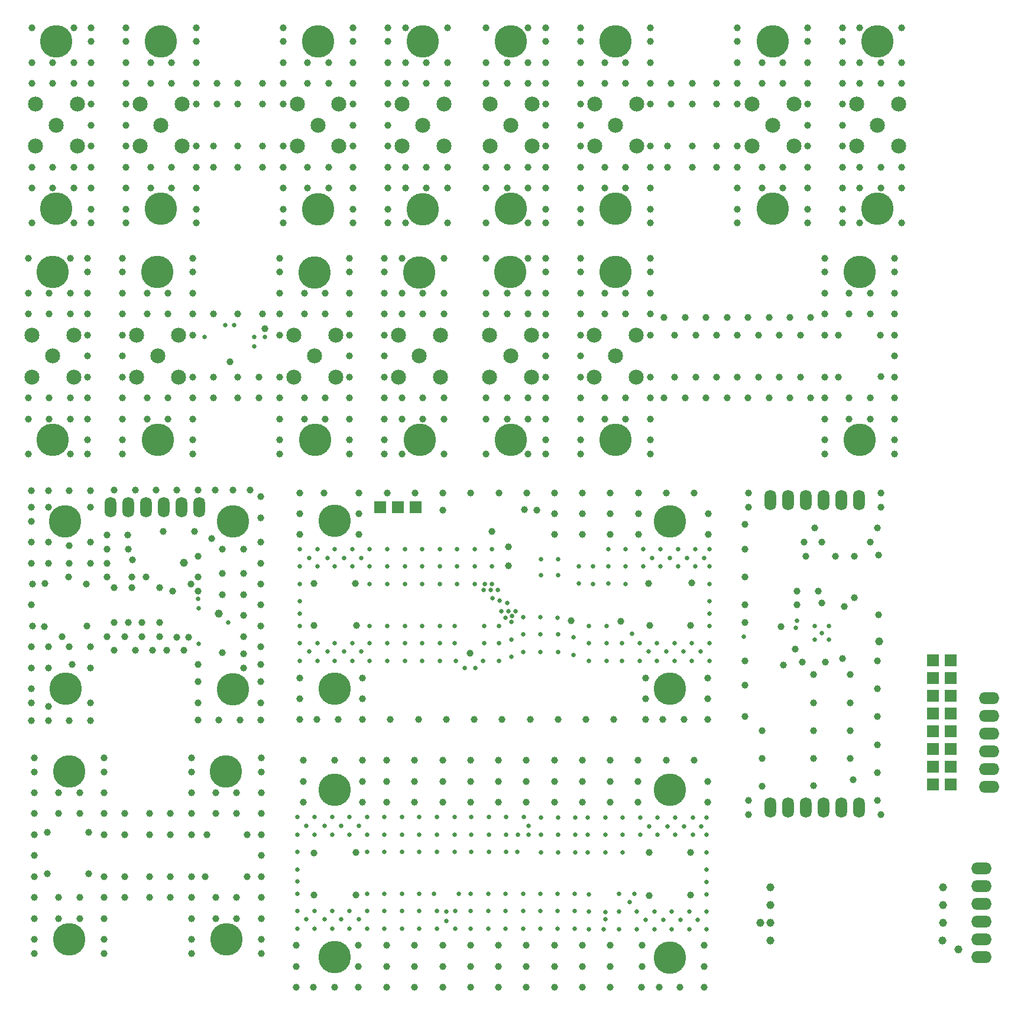
<source format=gbr>
G04 DesignSpark PCB Gerber Version 9.0 Build 5115 *
G04 #@! TF.Part,Single*
G04 #@! TF.FileFunction,Soldermask,Bot *
G04 #@! TF.FilePolarity,Negative *
%FSLAX35Y35*%
%MOIN*%
G04 #@! TA.AperFunction,ComponentPad*
%ADD94O,0.06600X0.11600*%
%ADD101R,0.06600X0.06600*%
G04 #@! TA.AperFunction,ViaPad*
%ADD84C,0.02569*%
%ADD83C,0.03946*%
%ADD85C,0.04600*%
G04 #@! TA.AperFunction,ComponentPad*
%ADD103O,0.11600X0.06600*%
%ADD89C,0.08474*%
%ADD88C,0.18317*%
X0Y0D02*
D02*
D83*
X13906Y307480D03*
Y327165D03*
Y338976D03*
Y386220D03*
Y398031D03*
Y417717D03*
X15402Y156850D03*
Y167087D03*
Y174961D03*
Y186772D03*
Y198583D03*
Y222205D03*
Y245827D03*
Y257638D03*
Y269449D03*
Y277323D03*
Y286772D03*
X15874Y437598D03*
Y457283D03*
Y469094D03*
Y516339D03*
Y528150D03*
Y547835D03*
X16189Y210394D03*
Y234016D03*
X17173Y25787D03*
Y33661D03*
Y45472D03*
Y57283D03*
Y69094D03*
Y80906D03*
Y92717D03*
Y104528D03*
Y116339D03*
Y128150D03*
Y136024D03*
X22882Y210000D03*
X23276Y234409D03*
X24417Y70551D03*
Y94173D03*
X25244Y156850D03*
Y165118D03*
Y186772D03*
Y198583D03*
Y245827D03*
Y257638D03*
Y277323D03*
Y286772D03*
X25717Y327165D03*
Y338976D03*
Y386220D03*
Y398031D03*
X27685Y457283D03*
Y469094D03*
Y516339D03*
Y528150D03*
X30953Y45472D03*
Y57283D03*
Y104528D03*
Y116339D03*
X32724Y204488D03*
X36661Y237953D03*
X37055Y156850D03*
Y198583D03*
Y245827D03*
Y255669D03*
Y286772D03*
X37528Y307480D03*
Y327165D03*
Y338976D03*
Y386220D03*
Y398031D03*
Y417717D03*
X38630Y188740D03*
X39496Y437598D03*
Y457283D03*
Y469094D03*
Y516339D03*
Y528150D03*
Y547835D03*
X42764Y45472D03*
Y57283D03*
Y104528D03*
Y116339D03*
X46504Y234016D03*
X46898Y210394D03*
X47370Y307480D03*
Y315354D03*
Y327165D03*
Y338976D03*
Y350787D03*
Y362598D03*
Y374409D03*
Y386220D03*
Y398031D03*
Y409843D03*
Y417717D03*
X48039Y70551D03*
Y94173D03*
X48866Y156850D03*
Y167087D03*
Y186772D03*
Y198583D03*
Y245827D03*
Y257638D03*
Y277323D03*
Y286772D03*
X49339Y437598D03*
Y445472D03*
Y457283D03*
Y469094D03*
Y480906D03*
Y492717D03*
Y504528D03*
Y516339D03*
Y528150D03*
Y539961D03*
Y547835D03*
X56543Y25787D03*
Y33661D03*
Y45472D03*
Y57283D03*
Y69094D03*
Y92717D03*
Y104528D03*
Y116339D03*
Y128150D03*
Y136024D03*
X58315Y204488D03*
Y237953D03*
Y245827D03*
Y253701D03*
Y261575D03*
X62252Y196614D03*
Y212362D03*
Y232047D03*
Y287165D03*
X67055Y307480D03*
Y315354D03*
Y327165D03*
Y338976D03*
Y350787D03*
Y362598D03*
Y374409D03*
Y386220D03*
Y398031D03*
Y409843D03*
Y417717D03*
X68157Y204488D03*
X68354Y57283D03*
Y69094D03*
Y92717D03*
Y104528D03*
X69024Y437598D03*
Y445472D03*
Y457283D03*
Y469094D03*
Y480906D03*
Y492717D03*
Y504528D03*
Y516339D03*
Y528150D03*
Y539961D03*
Y547835D03*
X69732Y261575D03*
X70126Y212362D03*
Y253701D03*
X72094Y232047D03*
Y237953D03*
X72488Y247795D03*
X74063Y196614D03*
Y287165D03*
X78000Y204488D03*
Y212362D03*
X80362Y237953D03*
X80835Y327165D03*
Y338976D03*
Y386220D03*
Y398031D03*
X82134Y57283D03*
Y69094D03*
Y92717D03*
Y104528D03*
X82803Y457283D03*
Y469094D03*
Y516339D03*
Y528150D03*
X83906Y196614D03*
X85874Y287165D03*
X87843Y204488D03*
Y212362D03*
Y232047D03*
X89811Y263543D03*
X91780Y196614D03*
X92646Y327165D03*
Y338976D03*
Y386220D03*
Y398031D03*
X93945Y57283D03*
Y69094D03*
Y92717D03*
Y104528D03*
X94614Y457283D03*
Y469094D03*
Y516339D03*
Y528150D03*
X95323Y230079D03*
X97685Y204094D03*
Y287165D03*
X101622Y196614D03*
X104378Y204094D03*
X105559Y234016D03*
X105756Y25787D03*
Y33661D03*
Y45472D03*
Y57283D03*
Y69094D03*
Y92717D03*
Y104528D03*
Y116339D03*
Y128150D03*
Y136024D03*
X106425Y307480D03*
Y315354D03*
Y327165D03*
Y338976D03*
Y350787D03*
Y374409D03*
Y386220D03*
Y398031D03*
Y409843D03*
Y417717D03*
X107528Y263543D03*
X108394Y437598D03*
Y445472D03*
Y457283D03*
Y469094D03*
Y480906D03*
Y504528D03*
Y516339D03*
Y528150D03*
Y539961D03*
Y547835D03*
X109496Y157244D03*
Y167087D03*
Y178898D03*
Y188740D03*
Y230079D03*
Y237953D03*
Y249764D03*
Y287165D03*
X113709Y69094D03*
X114496Y92717D03*
X117370Y259606D03*
X118236Y338976D03*
Y350787D03*
Y386220D03*
Y469094D03*
Y480906D03*
X119339Y287165D03*
X119535Y45472D03*
Y57283D03*
Y104528D03*
Y116339D03*
X120205Y504528D03*
Y516339D03*
X121307Y157244D03*
X123079Y195433D03*
X123276Y228110D03*
Y239921D03*
Y253701D03*
X127685Y359449D03*
X129181Y287165D03*
X131346Y45472D03*
Y57283D03*
Y104528D03*
Y116339D03*
X132016Y338976D03*
Y350787D03*
Y386220D03*
Y469094D03*
Y480906D03*
Y504528D03*
Y516339D03*
X133118Y157244D03*
X135087Y186772D03*
Y194646D03*
Y204488D03*
Y216299D03*
Y228110D03*
Y239921D03*
Y253701D03*
X137331Y69094D03*
Y92717D03*
X139024Y287165D03*
X143827Y338976D03*
Y350787D03*
X144929Y157244D03*
Y167087D03*
Y178898D03*
Y188740D03*
Y198583D03*
Y210394D03*
Y222205D03*
Y234016D03*
Y245827D03*
Y257638D03*
Y271417D03*
Y283228D03*
X145126Y25787D03*
Y33661D03*
Y45472D03*
Y57283D03*
Y69094D03*
Y80906D03*
Y92717D03*
Y104528D03*
Y116339D03*
Y128150D03*
Y136024D03*
X145795Y386220D03*
Y469094D03*
Y480906D03*
Y504528D03*
Y516339D03*
X147370Y377953D03*
X155638Y307480D03*
Y315354D03*
Y327165D03*
Y338976D03*
Y350787D03*
Y374409D03*
Y386220D03*
Y398031D03*
Y409843D03*
Y417717D03*
X157606Y437598D03*
Y445472D03*
Y457283D03*
Y469094D03*
Y480906D03*
Y504528D03*
Y516339D03*
Y528150D03*
Y539961D03*
Y547835D03*
X164929Y6614D03*
Y18425D03*
Y30236D03*
X167016Y157520D03*
Y169331D03*
Y181142D03*
Y261850D03*
Y273661D03*
Y285472D03*
X168866Y110945D03*
Y122756D03*
Y134567D03*
X169417Y327165D03*
Y338976D03*
Y386220D03*
Y398031D03*
X171386Y457283D03*
Y469094D03*
Y516339D03*
Y528150D03*
X174614Y6614D03*
X174732Y210630D03*
Y234252D03*
X174969Y58819D03*
Y82441D03*
X176701Y157520D03*
X180638Y285472D03*
X181228Y327165D03*
Y338976D03*
Y386220D03*
Y398031D03*
X183197Y457283D03*
Y469094D03*
Y516339D03*
Y528150D03*
X186425Y6614D03*
Y134567D03*
X188512Y157520D03*
X195008Y307480D03*
Y315354D03*
Y327165D03*
Y338976D03*
Y350787D03*
Y362598D03*
Y374409D03*
Y386220D03*
Y398031D03*
Y409843D03*
Y417717D03*
X196976Y437598D03*
Y445472D03*
Y457283D03*
Y469094D03*
Y480906D03*
Y492717D03*
Y504528D03*
Y516339D03*
Y528150D03*
Y539961D03*
Y547835D03*
X198354Y234252D03*
X198591Y58819D03*
Y82835D03*
X198748Y210630D03*
X200047Y6614D03*
Y18425D03*
Y30236D03*
X200323Y261850D03*
Y273661D03*
Y285472D03*
X202134Y157520D03*
Y169331D03*
Y181142D03*
X202173Y110945D03*
Y122756D03*
Y134567D03*
X214693Y307480D03*
Y315354D03*
Y327165D03*
Y338976D03*
Y350787D03*
Y362598D03*
Y374409D03*
Y386220D03*
Y398031D03*
Y409843D03*
Y417717D03*
X215953Y6614D03*
Y18425D03*
Y30236D03*
Y110945D03*
Y122756D03*
Y134567D03*
X216071Y285472D03*
X216661Y437598D03*
Y445472D03*
Y457283D03*
Y469094D03*
Y480906D03*
Y492717D03*
Y504528D03*
Y516339D03*
Y528150D03*
Y539961D03*
Y547835D03*
X218039Y157520D03*
X224535Y307480D03*
Y327165D03*
Y338976D03*
Y386220D03*
Y398031D03*
Y417717D03*
X226504Y437598D03*
Y457283D03*
Y469094D03*
Y516339D03*
Y528150D03*
Y547835D03*
X231701Y6614D03*
Y18425D03*
Y30236D03*
Y110945D03*
Y122756D03*
Y134567D03*
X231819Y285472D03*
X233787Y157520D03*
X236346Y327165D03*
Y338976D03*
Y386220D03*
Y398031D03*
X238315Y457283D03*
Y469094D03*
Y516339D03*
Y528150D03*
X247449Y6614D03*
Y18425D03*
Y30236D03*
Y110945D03*
Y122756D03*
Y134567D03*
X247567Y275630D03*
Y285472D03*
X248157Y307480D03*
Y327165D03*
Y338976D03*
Y386220D03*
Y398031D03*
Y417717D03*
X249535Y157520D03*
X250126Y437598D03*
Y457283D03*
Y469094D03*
Y516339D03*
Y528150D03*
Y547835D03*
X262921Y194882D03*
X263197Y6614D03*
Y18425D03*
Y30236D03*
Y110945D03*
Y122756D03*
Y134567D03*
X263315Y285472D03*
X265283Y157520D03*
X271976Y307480D03*
Y327165D03*
Y338976D03*
Y386220D03*
Y398031D03*
Y417717D03*
Y437598D03*
Y457283D03*
Y469094D03*
Y516339D03*
Y528150D03*
Y547835D03*
X275126Y263819D03*
X278945Y6614D03*
Y18425D03*
Y30236D03*
Y110945D03*
Y122756D03*
Y134567D03*
X279063Y285472D03*
X281031Y157520D03*
X283787Y327165D03*
Y338976D03*
Y386220D03*
Y398031D03*
Y457283D03*
Y469094D03*
Y516339D03*
Y528150D03*
X284575Y244488D03*
Y255118D03*
X293630Y275984D03*
X294693Y6614D03*
Y18425D03*
Y30236D03*
Y110945D03*
Y122756D03*
Y134567D03*
X294811Y285472D03*
X295598Y307480D03*
Y327165D03*
Y338976D03*
Y386220D03*
Y398031D03*
Y417717D03*
Y437598D03*
Y457283D03*
Y469094D03*
Y516339D03*
Y528150D03*
Y547835D03*
X296780Y157520D03*
X300717Y275630D03*
X305441Y307480D03*
Y315354D03*
Y327165D03*
Y338976D03*
Y350787D03*
Y362598D03*
Y374409D03*
Y386220D03*
Y398031D03*
Y409843D03*
Y417717D03*
Y437598D03*
Y445472D03*
Y457283D03*
Y469094D03*
Y480906D03*
Y492717D03*
Y504528D03*
Y516339D03*
Y528150D03*
Y539961D03*
Y547835D03*
X310441Y6614D03*
Y18425D03*
Y30236D03*
Y110945D03*
Y122756D03*
Y134567D03*
X310559Y261850D03*
Y273661D03*
Y285472D03*
X312528Y157520D03*
X320008Y213386D03*
X325126Y307480D03*
Y315354D03*
Y327165D03*
Y338976D03*
Y350787D03*
Y362598D03*
Y374409D03*
Y386220D03*
Y398031D03*
Y409843D03*
Y417717D03*
Y437598D03*
Y445472D03*
Y457283D03*
Y469094D03*
Y480906D03*
Y492717D03*
Y504528D03*
Y516339D03*
Y528150D03*
Y539961D03*
Y547835D03*
X326189Y6614D03*
Y18425D03*
Y30236D03*
Y110945D03*
Y122756D03*
Y134567D03*
X326307Y261850D03*
Y273661D03*
Y285472D03*
X328276Y157520D03*
X338906Y327165D03*
Y338976D03*
Y386220D03*
Y398031D03*
Y457283D03*
Y469094D03*
Y516339D03*
Y528150D03*
X341937Y6614D03*
Y18425D03*
Y30236D03*
Y110945D03*
Y122756D03*
Y134567D03*
X342055Y261850D03*
Y273661D03*
Y285472D03*
X344024Y157520D03*
X347961Y212992D03*
X350717Y327165D03*
Y338976D03*
Y386220D03*
Y398031D03*
Y457283D03*
Y469094D03*
Y516339D03*
Y528150D03*
X357685Y110945D03*
Y122756D03*
Y134567D03*
X357803Y261850D03*
Y273661D03*
Y285472D03*
X359654Y6614D03*
X359811Y18425D03*
Y30236D03*
X361740Y157520D03*
X361898Y169331D03*
Y181142D03*
X363709Y234252D03*
X363945Y58425D03*
Y82835D03*
X364102Y210630D03*
X364496Y307480D03*
Y315354D03*
Y327165D03*
Y338976D03*
Y350787D03*
Y374409D03*
Y386220D03*
Y398031D03*
Y409843D03*
Y417717D03*
Y437598D03*
Y445472D03*
Y457283D03*
Y469094D03*
Y480906D03*
Y504528D03*
Y516339D03*
Y528150D03*
Y539961D03*
Y547835D03*
X369496Y6614D03*
X371583Y157520D03*
X372370Y338976D03*
Y384252D03*
X373433Y134567D03*
X373551Y285472D03*
X374339Y469094D03*
Y480906D03*
X376307Y504528D03*
Y516339D03*
X378276Y350787D03*
Y374409D03*
X381307Y6614D03*
X383394Y157520D03*
X384181Y338976D03*
Y384252D03*
X387173Y58819D03*
Y82835D03*
X387331Y210630D03*
X387724Y234646D03*
X388118Y469094D03*
Y480906D03*
Y504528D03*
Y516339D03*
X389181Y134567D03*
X389299Y285472D03*
X390087Y350787D03*
Y374409D03*
X394929Y6614D03*
Y18425D03*
Y30236D03*
X395992Y338976D03*
Y384252D03*
X397016Y157520D03*
Y169331D03*
Y181142D03*
X397055Y110945D03*
Y122756D03*
X397173Y261850D03*
Y273661D03*
X401898Y350787D03*
Y374409D03*
Y469094D03*
Y480906D03*
Y504528D03*
Y516339D03*
X407803Y338976D03*
Y384252D03*
X413709Y350787D03*
Y374409D03*
Y437598D03*
Y445472D03*
Y457283D03*
Y469094D03*
Y480906D03*
Y504528D03*
Y516339D03*
Y528150D03*
Y539961D03*
Y547835D03*
X417843Y159252D03*
Y176969D03*
Y190748D03*
Y212402D03*
Y222244D03*
Y237992D03*
Y253740D03*
Y267520D03*
X419614Y338976D03*
Y384252D03*
X419811Y104134D03*
Y112008D03*
Y277362D03*
Y285236D03*
X425520Y350787D03*
Y374409D03*
X427488Y457283D03*
Y469094D03*
Y516339D03*
Y528150D03*
X427685Y119882D03*
Y135630D03*
Y151378D03*
X431425Y338976D03*
Y384252D03*
X437331Y350787D03*
Y374409D03*
X438315Y210039D03*
X439299Y457283D03*
Y469094D03*
Y516339D03*
Y528150D03*
X439496Y188386D03*
X443236Y338976D03*
Y384252D03*
X446189Y197441D03*
X447370Y222244D03*
Y230118D03*
X449142Y350787D03*
Y374409D03*
X450126Y189961D03*
X451307Y257677D03*
X452094Y249803D03*
X453079Y437598D03*
Y445472D03*
Y457283D03*
Y469094D03*
Y480906D03*
Y492717D03*
Y504528D03*
Y516339D03*
Y528150D03*
Y539961D03*
Y547835D03*
X455047Y338976D03*
Y384252D03*
X456425Y120276D03*
Y135630D03*
Y151378D03*
Y167126D03*
Y182874D03*
X457213Y265551D03*
X459181Y230118D03*
X461150Y223425D03*
Y257677D03*
X462921Y307480D03*
Y315354D03*
Y327165D03*
Y338976D03*
Y350787D03*
Y374409D03*
Y386220D03*
Y398031D03*
Y409843D03*
Y417717D03*
X463118Y189961D03*
X469024Y249803D03*
X470598Y350787D03*
Y374409D03*
X472764Y437598D03*
Y445472D03*
Y457283D03*
Y469094D03*
Y480906D03*
Y492717D03*
Y504528D03*
Y516339D03*
Y528150D03*
Y539961D03*
Y547835D03*
X472961Y191929D03*
X473748Y221260D03*
X476701Y327165D03*
Y338976D03*
Y386220D03*
Y398031D03*
X477291Y135630D03*
Y151378D03*
Y167126D03*
Y182874D03*
X478866Y123819D03*
X479575Y249803D03*
X479654Y226378D03*
X482606Y437598D03*
Y457283D03*
Y469094D03*
Y516339D03*
Y528150D03*
Y547835D03*
X488512Y327165D03*
Y338976D03*
Y386220D03*
Y398031D03*
X488709Y257677D03*
X492646Y112008D03*
Y127756D03*
Y143504D03*
Y159252D03*
Y175000D03*
Y190748D03*
Y265551D03*
X493354Y216732D03*
Y250197D03*
X494220Y374409D03*
X494417Y350984D03*
Y457283D03*
Y469094D03*
Y516339D03*
Y528150D03*
X494614Y104134D03*
Y277362D03*
Y285236D03*
X502291Y307480D03*
Y315354D03*
Y327165D03*
Y338976D03*
Y350787D03*
Y362598D03*
Y374409D03*
Y386220D03*
Y398031D03*
Y409843D03*
Y417717D03*
X506228Y437598D03*
Y457283D03*
Y469094D03*
Y516339D03*
Y528150D03*
Y547835D03*
D02*
D84*
X109575Y225748D03*
X109890Y220236D03*
X109969Y200197D03*
X113118Y373425D03*
X124929Y380118D03*
X126504Y212402D03*
X130047Y380118D03*
X141071Y367913D03*
Y373425D03*
X147370D03*
X165480Y39685D03*
Y49528D03*
Y59370D03*
Y66260D03*
Y73150D03*
Y82992D03*
Y92835D03*
Y102677D03*
X167016Y190748D03*
Y200591D03*
Y210433D03*
Y217323D03*
Y224213D03*
Y234055D03*
Y243898D03*
Y253740D03*
X170717Y44843D03*
Y97638D03*
X172252Y195906D03*
Y248701D03*
X175323Y39685D03*
Y49528D03*
Y92835D03*
Y102677D03*
X176858Y190748D03*
Y200591D03*
Y243898D03*
Y253740D03*
X180874Y44843D03*
Y97638D03*
X182409Y195906D03*
Y248701D03*
X185165Y39685D03*
Y49528D03*
Y92835D03*
Y102677D03*
X186701Y190748D03*
Y200591D03*
Y243898D03*
Y253740D03*
X190362Y44843D03*
Y97638D03*
X191898Y195906D03*
Y248701D03*
X195008Y39685D03*
Y49528D03*
Y92835D03*
Y102677D03*
X196543Y190748D03*
Y200591D03*
Y243898D03*
Y253740D03*
X200165Y44843D03*
Y97638D03*
X201701Y195906D03*
Y248701D03*
X204850Y39685D03*
Y49528D03*
Y59370D03*
Y82992D03*
Y92835D03*
Y102677D03*
X206386Y190748D03*
Y200591D03*
Y210433D03*
Y234055D03*
Y243898D03*
Y253740D03*
X214693Y39685D03*
Y49528D03*
Y59370D03*
Y82992D03*
Y92835D03*
Y102677D03*
X216228Y190748D03*
Y200591D03*
Y210433D03*
Y234055D03*
Y243898D03*
Y253740D03*
X224535Y39685D03*
Y49528D03*
Y59370D03*
Y82992D03*
Y92835D03*
Y102677D03*
X226071Y190748D03*
Y200591D03*
Y210433D03*
Y234055D03*
Y243898D03*
Y253740D03*
X234378Y39685D03*
Y49528D03*
Y59370D03*
Y82992D03*
Y92835D03*
Y102677D03*
X235913Y190748D03*
Y200591D03*
Y210433D03*
Y234055D03*
Y243898D03*
Y253740D03*
X242646Y59370D03*
X244220Y39685D03*
Y49528D03*
Y82992D03*
Y92835D03*
Y102677D03*
X245756Y190748D03*
Y200591D03*
Y210433D03*
Y234055D03*
Y243898D03*
Y253740D03*
X249614Y44173D03*
Y49370D03*
X254063Y82992D03*
Y92835D03*
Y102677D03*
X254378Y200591D03*
Y210433D03*
X254614Y39685D03*
Y49528D03*
X254811Y190748D03*
X255598Y234055D03*
Y243898D03*
Y253740D03*
X256425Y59370D03*
X259811Y186654D03*
X263236Y39685D03*
Y49528D03*
Y59370D03*
X263669Y82992D03*
Y92835D03*
Y102677D03*
X265441Y234055D03*
Y243898D03*
Y253740D03*
X265953Y186654D03*
X270323Y190748D03*
X270638Y230512D03*
X270756Y200591D03*
Y210433D03*
X271346Y234055D03*
X273079Y39685D03*
Y49528D03*
Y59370D03*
X273512Y82992D03*
Y92835D03*
Y102677D03*
X274575Y230512D03*
X275283Y234055D03*
Y243898D03*
Y253740D03*
X275520Y225984D03*
X278512Y230551D03*
X279378Y190748D03*
Y200591D03*
Y210433D03*
X279535Y224606D03*
X280559Y218701D03*
X282803Y215000D03*
X282921Y39685D03*
Y49528D03*
Y59370D03*
X283354Y82992D03*
Y92835D03*
Y102677D03*
X283787Y223228D03*
X284496Y218701D03*
X286307Y192992D03*
Y202835D03*
Y212677D03*
X286583Y216142D03*
X288433Y218740D03*
X289496Y82992D03*
X289969Y92835D03*
X292764Y39685D03*
Y49528D03*
Y59370D03*
X292843Y195709D03*
Y205551D03*
Y215394D03*
X293197Y102677D03*
X295913Y92677D03*
Y97520D03*
X302606Y39685D03*
Y49528D03*
Y59370D03*
X302685Y195709D03*
Y205551D03*
Y215394D03*
X302764Y239016D03*
Y248071D03*
X302843Y82795D03*
Y92638D03*
Y102480D03*
X312094Y214843D03*
X312213Y39685D03*
Y49528D03*
Y59370D03*
X312449Y82795D03*
Y92638D03*
Y102480D03*
X312528Y195709D03*
Y205551D03*
X312606Y239016D03*
Y248071D03*
X321189Y194134D03*
Y203976D03*
X322055Y39685D03*
Y49528D03*
Y59370D03*
X322291Y82795D03*
Y92638D03*
Y102480D03*
X324339Y234488D03*
Y243937D03*
X329339Y82795D03*
Y92638D03*
Y102480D03*
X329929Y39488D03*
Y49331D03*
Y59173D03*
X329969Y190787D03*
Y200630D03*
Y210472D03*
X332213Y234094D03*
Y243937D03*
X338236Y39488D03*
X339102Y44882D03*
Y48976D03*
X339181Y82795D03*
Y92638D03*
Y102480D03*
X339811Y190787D03*
Y200630D03*
Y210472D03*
X340756Y234291D03*
Y243937D03*
Y253780D03*
X347055Y39488D03*
Y49331D03*
Y59252D03*
X348630Y190787D03*
Y200630D03*
X349024Y82795D03*
Y92638D03*
Y102480D03*
X350598Y234094D03*
Y243937D03*
Y253780D03*
X352724Y54724D03*
X354299Y206024D03*
X355638Y59252D03*
X356898Y39488D03*
Y49331D03*
X358472Y190787D03*
Y200630D03*
X358866Y92638D03*
Y102480D03*
X360441Y243937D03*
Y253780D03*
X361858Y44724D03*
X363433Y196024D03*
X363906Y97402D03*
X365480Y248701D03*
X366740Y39488D03*
Y49331D03*
X368315Y190787D03*
Y200630D03*
X368709Y92638D03*
Y102480D03*
X370283Y243937D03*
Y253780D03*
X372016Y44724D03*
X373591Y196024D03*
X374063Y97402D03*
X375638Y248701D03*
X376583Y39488D03*
Y49331D03*
X378157Y190787D03*
Y200630D03*
X378551Y92638D03*
Y102480D03*
X380126Y243937D03*
Y253780D03*
X381504Y44724D03*
X383079Y196024D03*
X383551Y97402D03*
X385126Y248701D03*
X386425Y39488D03*
Y49331D03*
X388000Y190787D03*
Y200630D03*
X388394Y92638D03*
Y102480D03*
X389969Y243937D03*
Y253780D03*
X391307Y44724D03*
X392882Y196024D03*
X393354Y97402D03*
X394929Y248701D03*
X396268Y39488D03*
Y49331D03*
Y59173D03*
Y66063D03*
Y72953D03*
Y82795D03*
Y92638D03*
Y102480D03*
X397843Y190787D03*
Y200630D03*
Y210472D03*
Y217362D03*
Y224252D03*
Y234094D03*
Y243937D03*
Y253780D03*
X417252Y204331D03*
X446583Y209252D03*
X447370Y213386D03*
X457213Y202559D03*
Y210433D03*
X461150Y206496D03*
X465087Y202559D03*
Y210433D03*
D02*
D85*
X101622Y245972D03*
D03*
X121316Y217323D03*
X426504Y43031D03*
X432311Y33031D03*
Y43031D03*
Y53031D03*
Y63031D03*
X493433Y201772D03*
X529260Y33071D03*
X529555Y43031D03*
Y53031D03*
Y63031D03*
X538315Y27953D03*
D02*
D88*
X27606Y409921D03*
X27685Y315433D03*
X29575Y540039D03*
X29654Y445551D03*
X34693Y269449D03*
X34772Y174961D03*
X36780Y128228D03*
X36858Y33740D03*
X86661Y409921D03*
X86740Y315433D03*
X88630Y540039D03*
X88709Y445551D03*
X125362Y128228D03*
X125441Y33740D03*
X129181Y269291D03*
X129260Y174803D03*
X175323Y409764D03*
X175402Y315276D03*
X177213Y539961D03*
X177291Y445472D03*
X186465Y118110D03*
X186543Y23622D03*
X186622Y269567D03*
X186701Y175079D03*
X234378Y409764D03*
X234457Y315276D03*
X236268Y539961D03*
X236346Y445472D03*
X285677Y409921D03*
X285756Y315433D03*
X285874Y540039D03*
X285953Y445551D03*
X344732Y409921D03*
X344811Y315433D03*
X344929Y540039D03*
X345008Y445551D03*
X375520Y117953D03*
X375598Y23465D03*
Y269488D03*
X375677Y175000D03*
X433512Y540039D03*
X433591Y445551D03*
X482449Y409921D03*
X482528Y315433D03*
X492567Y540039D03*
X492646Y445551D03*
D02*
D89*
X15874Y350787D03*
Y374409D03*
X17843Y480906D03*
Y504528D03*
X27685Y362598D03*
X29654Y492717D03*
X39496Y350787D03*
Y374409D03*
X41465Y480906D03*
Y504528D03*
X74929Y350787D03*
Y374409D03*
X76898Y480906D03*
Y504528D03*
X86740Y362598D03*
X88709Y492717D03*
X98551Y350787D03*
Y374409D03*
X100520Y480906D03*
Y504528D03*
X163512Y350787D03*
Y374409D03*
X165402Y480984D03*
Y504606D03*
X175323Y362598D03*
X177213Y492795D03*
X187134Y350787D03*
Y374409D03*
X189024Y480984D03*
Y504606D03*
X222567Y350787D03*
Y374409D03*
X224457Y480984D03*
Y504606D03*
X234378Y362598D03*
X236268Y492795D03*
X246189Y350787D03*
Y374409D03*
X248079Y480984D03*
Y504606D03*
X273945Y350787D03*
Y374409D03*
X274142Y480906D03*
Y504528D03*
X285756Y362598D03*
X285953Y492717D03*
X297567Y350787D03*
Y374409D03*
X297764Y480906D03*
Y504528D03*
X333000Y350787D03*
Y374409D03*
X333197Y480906D03*
Y504528D03*
X344811Y362598D03*
X345008Y492717D03*
X356622Y350787D03*
Y374409D03*
X356819Y480906D03*
Y504528D03*
X421780Y480906D03*
Y504528D03*
X433591Y492717D03*
X445402Y480906D03*
Y504528D03*
X480835Y480906D03*
Y504528D03*
X492646Y492717D03*
X504457Y480906D03*
Y504528D03*
D02*
D94*
X60283Y277323D03*
X70283D03*
X80283D03*
X90283D03*
X100283D03*
X110283D03*
X432213Y108071D03*
Y281299D03*
X442213Y108071D03*
Y281299D03*
X452213Y108071D03*
Y281299D03*
X462213Y108071D03*
Y281299D03*
X472213Y108071D03*
Y281299D03*
X482213Y108071D03*
Y281299D03*
D02*
D101*
X212213Y277441D03*
X222213D03*
X232213D03*
X523748Y120866D03*
Y130866D03*
Y140866D03*
Y150866D03*
Y160866D03*
Y170866D03*
Y180866D03*
Y190866D03*
X533748Y120866D03*
Y130866D03*
Y140866D03*
Y150866D03*
Y160866D03*
Y170866D03*
Y180866D03*
Y190866D03*
D02*
D103*
X551307Y23622D03*
Y33622D03*
Y43622D03*
Y53622D03*
Y63622D03*
Y73622D03*
X555638Y119606D03*
Y129606D03*
Y139606D03*
Y149606D03*
Y159606D03*
Y169606D03*
X0Y0D02*
M02*

</source>
